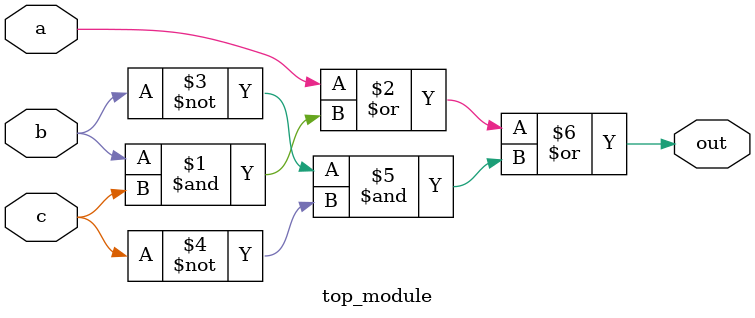
<source format=sv>
module top_module(
    input a, 
    input b,
    input c,
    output out
);
    assign out = a | (b & c) | (~b & ~c);
endmodule

</source>
